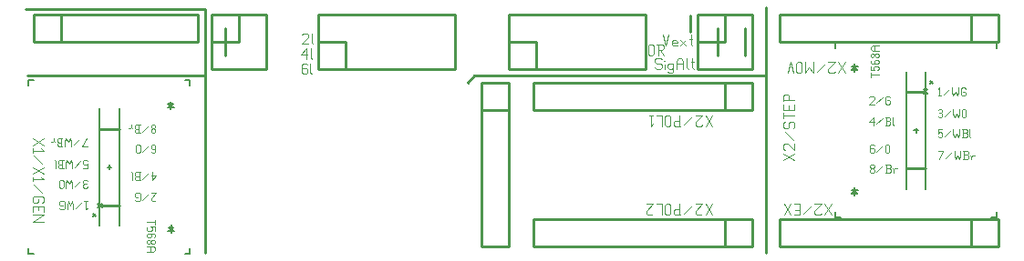
<source format=gbr>
G04 start of page 12 for group -4079 idx -4079 *
G04 Title: (unknown), topsilk *
G04 Creator: pcb 4.2.0 *
G04 CreationDate: Sat Jun 20 18:17:33 2020 UTC *
G04 For: commonadmin *
G04 Format: Gerber/RS-274X *
G04 PCB-Dimensions (mil): 4000.00 3500.00 *
G04 PCB-Coordinate-Origin: lower left *
%MOIN*%
%FSLAX25Y25*%
%LNTOPSILK*%
%ADD143C,0.0038*%
%ADD142C,0.0050*%
%ADD141C,0.0040*%
%ADD140C,0.0030*%
%ADD139C,0.0060*%
%ADD138C,0.0100*%
G54D138*X90000Y100000D02*Y90000D01*
X82500Y107000D02*Y17500D01*
Y82500D02*X17500D01*
G54D139*X44858Y35673D02*X43283Y34098D01*
Y35673D02*X44858Y34098D01*
G54D138*X270000Y100000D02*Y90000D01*
X280000Y100000D02*Y90000D01*
X287500Y107500D02*Y17500D01*
Y82500D02*X181031D01*
X260000Y98469D02*Y104469D01*
X181031Y82500D02*X178500Y79969D01*
G54D139*X345142Y75843D02*X346717Y77417D01*
Y75843D02*X345142Y77417D01*
G54D138*X17000Y107000D02*X82500D01*
G54D140*X325774Y83504D02*Y82004D01*
Y82754D02*X328774D01*
X325774Y85904D02*Y84404D01*
X327274D01*
X326899Y84779D01*
Y85529D02*Y84779D01*
Y85529D02*X327274Y85904D01*
X328399D01*
X328774Y85529D02*X328399Y85904D01*
X328774Y85529D02*Y84779D01*
X328399Y84404D02*X328774Y84779D01*
X325774Y87929D02*X326149Y88304D01*
X325774Y87929D02*Y87179D01*
X326149Y86804D02*X325774Y87179D01*
X326149Y86804D02*X328399D01*
X328774Y87179D01*
X327124Y87929D02*X327499Y88304D01*
X327124Y87929D02*Y86804D01*
X328774Y87929D02*Y87179D01*
Y87929D02*X328399Y88304D01*
X327499D02*X328399D01*
Y89204D02*X328774Y89579D01*
X327799Y89204D02*X328399D01*
X327799D02*X327274Y89729D01*
Y90179D02*Y89729D01*
Y90179D02*X327799Y90704D01*
X328399D01*
X328774Y90329D02*X328399Y90704D01*
X328774Y90329D02*Y89579D01*
X326749Y89204D02*X327274Y89729D01*
X326149Y89204D02*X326749D01*
X326149D02*X325774Y89579D01*
Y90329D02*Y89579D01*
Y90329D02*X326149Y90704D01*
X326749D01*
X327274Y90179D02*X326749Y90704D01*
X326524Y91604D02*X328774D01*
X326524D02*X325774Y92129D01*
Y92954D02*Y92129D01*
Y92954D02*X326524Y93479D01*
X328774D01*
X327274D02*Y91604D01*
X325280Y74639D02*X325655Y75014D01*
X326780D01*
X327155Y74639D01*
Y73889D01*
X325280Y72014D02*X327155Y73889D01*
X325280Y72014D02*X327155D01*
X328055Y72389D02*X330305Y74639D01*
X332705Y75014D02*X333080Y74639D01*
X331580Y75014D02*X332705D01*
X331205Y74639D02*X331580Y75014D01*
X331205Y74639D02*Y72389D01*
X331580Y72014D01*
X332705D01*
X333080Y72389D01*
Y73139D02*Y72389D01*
X332705Y73514D02*X333080Y73139D01*
X331955Y73514D02*X332705D01*
X325280Y65481D02*X326780Y67356D01*
X325280Y65481D02*X327155D01*
X326780Y67356D02*Y64356D01*
X328055Y64731D02*X330305Y66981D01*
X331205Y64356D02*X332705D01*
X333080Y64731D01*
Y65631D02*Y64731D01*
X332705Y66006D02*X333080Y65631D01*
X331580Y66006D02*X332705D01*
X331580Y67356D02*Y64356D01*
X331205Y67356D02*X332705D01*
X333080Y66981D01*
Y66381D01*
X332705Y66006D02*X333080Y66381D01*
X333980Y67356D02*Y64731D01*
X334355Y64356D01*
X326798Y57199D02*X327173Y56824D01*
X326048Y57199D02*X326798D01*
X325673Y56824D02*X326048Y57199D01*
X325673Y56824D02*Y54574D01*
X326048Y54199D01*
X326798Y55849D02*X327173Y55474D01*
X325673Y55849D02*X326798D01*
X326048Y54199D02*X326798D01*
X327173Y54574D01*
Y55474D02*Y54574D01*
X328073D02*X330323Y56824D01*
X331223D02*Y54574D01*
Y56824D02*X331598Y57199D01*
X332348D01*
X332723Y56824D01*
Y54574D01*
X332348Y54199D02*X332723Y54574D01*
X331598Y54199D02*X332348D01*
X331223Y54574D02*X331598Y54199D01*
X325673Y47310D02*X326048Y46935D01*
X325673Y47910D02*Y47310D01*
Y47910D02*X326198Y48435D01*
X326648D01*
X327173Y47910D01*
Y47310D01*
X326798Y46935D02*X327173Y47310D01*
X326048Y46935D02*X326798D01*
X325673Y48960D02*X326198Y48435D01*
X325673Y49560D02*Y48960D01*
Y49560D02*X326048Y49935D01*
X326798D01*
X327173Y49560D01*
Y48960D01*
X326648Y48435D02*X327173Y48960D01*
X328073Y47310D02*X330323Y49560D01*
X331223Y46935D02*X332723D01*
X333098Y47310D01*
Y48210D02*Y47310D01*
X332723Y48585D02*X333098Y48210D01*
X331598Y48585D02*X332723D01*
X331598Y49935D02*Y46935D01*
X331223Y49935D02*X332723D01*
X333098Y49560D01*
Y48960D01*
X332723Y48585D02*X333098Y48960D01*
X334373Y48060D02*Y46935D01*
Y48060D02*X334748Y48435D01*
X335498D01*
X333998D02*X334373Y48060D01*
X350457Y77485D02*X351057Y78085D01*
Y75085D01*
X350457D02*X351582D01*
X352482Y75460D02*X354732Y77710D01*
X355632Y78085D02*Y76585D01*
X356007Y75085D01*
X356757Y76585D01*
X357507Y75085D01*
X357882Y76585D01*
Y78085D02*Y76585D01*
X360282Y78085D02*X360657Y77710D01*
X359157Y78085D02*X360282D01*
X358782Y77710D02*X359157Y78085D01*
X358782Y77710D02*Y75460D01*
X359157Y75085D01*
X360282D01*
X360657Y75460D01*
Y76210D02*Y75460D01*
X360282Y76585D02*X360657Y76210D01*
X359532Y76585D02*X360282D01*
X350516Y69757D02*X350891Y70132D01*
X351641D01*
X352016Y69757D01*
X351641Y67132D02*X352016Y67507D01*
X350891Y67132D02*X351641D01*
X350516Y67507D02*X350891Y67132D01*
Y68782D02*X351641D01*
X352016Y69757D02*Y69157D01*
Y68407D02*Y67507D01*
Y68407D02*X351641Y68782D01*
X352016Y69157D02*X351641Y68782D01*
X352916Y67507D02*X355166Y69757D01*
X356066Y70132D02*Y68632D01*
X356441Y67132D01*
X357191Y68632D01*
X357941Y67132D01*
X358316Y68632D01*
Y70132D02*Y68632D01*
X359216Y69757D02*Y67507D01*
Y69757D02*X359591Y70132D01*
X360341D01*
X360716Y69757D01*
Y67507D01*
X360341Y67132D02*X360716Y67507D01*
X359591Y67132D02*X360341D01*
X359216Y67507D02*X359591Y67132D01*
X350516Y62868D02*X352016D01*
X350516D02*Y61368D01*
X350891Y61743D01*
X351641D01*
X352016Y61368D01*
Y60243D01*
X351641Y59868D02*X352016Y60243D01*
X350891Y59868D02*X351641D01*
X350516Y60243D02*X350891Y59868D01*
X352916Y60243D02*X355166Y62493D01*
X356066Y62868D02*Y61368D01*
X356441Y59868D01*
X357191Y61368D01*
X357941Y59868D01*
X358316Y61368D01*
Y62868D02*Y61368D01*
X359216Y59868D02*X360716D01*
X361091Y60243D01*
Y61143D02*Y60243D01*
X360716Y61518D02*X361091Y61143D01*
X359591Y61518D02*X360716D01*
X359591Y62868D02*Y59868D01*
X359216Y62868D02*X360716D01*
X361091Y62493D01*
Y61893D01*
X360716Y61518D02*X361091Y61893D01*
X361991Y62868D02*Y60243D01*
X362366Y59868D01*
X350891Y51817D02*X352391Y54817D01*
X350516D02*X352391D01*
X353291Y52192D02*X355541Y54442D01*
X356441Y54817D02*Y53317D01*
X356816Y51817D01*
X357566Y53317D01*
X358316Y51817D01*
X358691Y53317D01*
Y54817D02*Y53317D01*
X359591Y51817D02*X361091D01*
X361466Y52192D01*
Y53092D02*Y52192D01*
X361091Y53467D02*X361466Y53092D01*
X359966Y53467D02*X361091D01*
X359966Y54817D02*Y51817D01*
X359591Y54817D02*X361091D01*
X361466Y54442D01*
Y53842D01*
X361091Y53467D02*X361466Y53842D01*
X362741Y52942D02*Y51817D01*
Y52942D02*X363116Y53317D01*
X363866D01*
X362366D02*X362741Y52942D01*
G54D141*X250000Y97469D02*X251000Y93469D01*
X252000Y97469D01*
X253700Y93469D02*X255200D01*
X253200Y93969D02*X253700Y93469D01*
X253200Y94969D02*Y93969D01*
Y94969D02*X253700Y95469D01*
X254700D01*
X255200Y94969D01*
X253200Y94469D02*X255200D01*
Y94969D02*Y94469D01*
X256400Y95469D02*X258400Y93469D01*
X256400D02*X258400Y95469D01*
X260100Y97469D02*Y93969D01*
X260600Y93469D01*
X259600Y95969D02*X260600D01*
X244500Y93469D02*Y90469D01*
Y93469D02*X245000Y93969D01*
X246000D01*
X246500Y93469D01*
Y90469D01*
X246000Y89969D02*X246500Y90469D01*
X245000Y89969D02*X246000D01*
X244500Y90469D02*X245000Y89969D01*
X247700Y93969D02*X249700D01*
X250200Y93469D01*
Y92469D01*
X249700Y91969D02*X250200Y92469D01*
X248200Y91969D02*X249700D01*
X248200Y93969D02*Y89969D01*
X249000Y91969D02*X250200Y89969D01*
X249000Y88969D02*X249500Y88469D01*
X247500Y88969D02*X249000D01*
X247000Y88469D02*X247500Y88969D01*
X247000Y88469D02*Y87469D01*
X247500Y86969D01*
X249000D01*
X249500Y86469D01*
Y85469D01*
X249000Y84969D02*X249500Y85469D01*
X247500Y84969D02*X249000D01*
X247000Y85469D02*X247500Y84969D01*
G54D142*X250700Y87969D02*Y87869D01*
G54D141*Y86469D02*Y84969D01*
X253200Y86969D02*X253700Y86469D01*
X252200Y86969D02*X253200D01*
X251700Y86469D02*X252200Y86969D01*
X251700Y86469D02*Y85469D01*
X252200Y84969D01*
X253200D01*
X253700Y85469D01*
X251700Y83969D02*X252200Y83469D01*
X253200D01*
X253700Y83969D01*
Y86969D02*Y83969D01*
X254900Y87969D02*Y84969D01*
Y87969D02*X255600Y88969D01*
X256700D01*
X257400Y87969D01*
Y84969D01*
X254900Y86969D02*X257400D01*
X258600Y88969D02*Y85469D01*
X259100Y84969D01*
X260600Y88969D02*Y85469D01*
X261100Y84969D01*
X260100Y87469D02*X261100D01*
G54D140*X39543Y34031D02*X38943Y33431D01*
Y36431D02*Y33431D01*
X38418Y36431D02*X39543D01*
X37518Y36056D02*X35268Y33806D01*
X34368Y34931D02*Y33431D01*
Y34931D02*X33993Y36431D01*
X33243Y34931D01*
X32493Y36431D01*
X32118Y34931D01*
Y33431D01*
X29718D02*X29343Y33806D01*
X29718Y33431D02*X30843D01*
X31218Y33806D02*X30843Y33431D01*
X31218Y36056D02*Y33806D01*
Y36056D02*X30843Y36431D01*
X29718D02*X30843D01*
X29718D02*X29343Y36056D01*
Y35306D01*
X29718Y34931D02*X29343Y35306D01*
X29718Y34931D02*X30468D01*
X39484Y41759D02*X39109Y41384D01*
X38359D02*X39109D01*
X38359D02*X37984Y41759D01*
X38359Y44384D02*X37984Y44009D01*
X38359Y44384D02*X39109D01*
X39484Y44009D02*X39109Y44384D01*
X38359Y42734D02*X39109D01*
X37984Y42359D02*Y41759D01*
Y44009D02*Y43109D01*
X38359Y42734D01*
X37984Y42359D02*X38359Y42734D01*
X37084Y44009D02*X34834Y41759D01*
X33934Y42884D02*Y41384D01*
Y42884D02*X33559Y44384D01*
X32809Y42884D01*
X32059Y44384D01*
X31684Y42884D01*
Y41384D01*
X30784Y44009D02*Y41759D01*
X30409Y41384D01*
X29659D02*X30409D01*
X29659D02*X29284Y41759D01*
Y44009D02*Y41759D01*
X29659Y44384D02*X29284Y44009D01*
X29659Y44384D02*X30409D01*
X30784Y44009D02*X30409Y44384D01*
X37984Y48648D02*X39484D01*
Y50148D02*Y48648D01*
Y50148D02*X39109Y49773D01*
X38359D02*X39109D01*
X38359D02*X37984Y50148D01*
Y51273D02*Y50148D01*
X38359Y51648D02*X37984Y51273D01*
X38359Y51648D02*X39109D01*
X39484Y51273D02*X39109Y51648D01*
X37084Y51273D02*X34834Y49023D01*
X33934Y50148D02*Y48648D01*
Y50148D02*X33559Y51648D01*
X32809Y50148D01*
X32059Y51648D01*
X31684Y50148D01*
Y48648D01*
X29284Y51648D02*X30784D01*
X29284D02*X28909Y51273D01*
Y50373D01*
X29284Y49998D02*X28909Y50373D01*
X29284Y49998D02*X30409D01*
Y51648D02*Y48648D01*
X29284D02*X30784D01*
X29284D02*X28909Y49023D01*
Y49623D02*Y49023D01*
X29284Y49998D02*X28909Y49623D01*
X28009Y51273D02*Y48648D01*
Y51273D02*X27634Y51648D01*
X64226Y29512D02*Y28012D01*
X61226Y28762D02*X64226D01*
Y27112D02*Y25612D01*
X62726Y27112D02*X64226D01*
X62726D02*X63101Y26737D01*
Y25987D01*
X62726Y25612D01*
X61601D02*X62726D01*
X61226Y25987D02*X61601Y25612D01*
X61226Y26737D02*Y25987D01*
X61601Y27112D02*X61226Y26737D01*
X64226Y23587D02*X63851Y23212D01*
X64226Y24337D02*Y23587D01*
X63851Y24712D02*X64226Y24337D01*
X61601Y24712D02*X63851D01*
X61601D02*X61226Y24337D01*
X62876Y23587D02*X62501Y23212D01*
X62876Y24712D02*Y23587D01*
X61226Y24337D02*Y23587D01*
X61601Y23212D01*
X62501D01*
X61601Y22312D02*X61226Y21937D01*
X61601Y22312D02*X62201D01*
X62726Y21787D01*
Y21337D01*
X62201Y20812D01*
X61601D02*X62201D01*
X61226Y21187D02*X61601Y20812D01*
X61226Y21937D02*Y21187D01*
X63251Y22312D02*X62726Y21787D01*
X63251Y22312D02*X63851D01*
X64226Y21937D01*
Y21187D01*
X63851Y20812D01*
X63251D02*X63851D01*
X62726Y21337D02*X63251Y20812D01*
X61226Y19912D02*X63476D01*
X64226Y19387D01*
Y18562D01*
X63476Y18037D01*
X61226D02*X63476D01*
X62726Y19912D02*Y18037D01*
X64720Y36877D02*X64345Y36502D01*
X63220D02*X64345D01*
X63220D02*X62845Y36877D01*
Y37627D02*Y36877D01*
X64720Y39502D02*X62845Y37627D01*
Y39502D02*X64720D01*
X61945Y39127D02*X59695Y36877D01*
X57295Y36502D02*X56920Y36877D01*
X57295Y36502D02*X58420D01*
X58795Y36877D02*X58420Y36502D01*
X58795Y39127D02*Y36877D01*
Y39127D02*X58420Y39502D01*
X57295D02*X58420D01*
X57295D02*X56920Y39127D01*
Y38377D01*
X57295Y38002D02*X56920Y38377D01*
X57295Y38002D02*X58045D01*
X64720Y46034D02*X63220Y44159D01*
X62845Y46034D02*X64720D01*
X63220Y47159D02*Y44159D01*
X61945Y46784D02*X59695Y44534D01*
X57295Y47159D02*X58795D01*
X57295D02*X56920Y46784D01*
Y45884D01*
X57295Y45509D02*X56920Y45884D01*
X57295Y45509D02*X58420D01*
Y47159D02*Y44159D01*
X57295D02*X58795D01*
X57295D02*X56920Y44534D01*
Y45134D02*Y44534D01*
X57295Y45509D02*X56920Y45134D01*
X56020Y46784D02*Y44159D01*
Y46784D02*X55645Y47159D01*
X63202Y54317D02*X62827Y54692D01*
X63202Y54317D02*X63952D01*
X64327Y54692D02*X63952Y54317D01*
X64327Y56942D02*Y54692D01*
Y56942D02*X63952Y57317D01*
X63202Y55667D02*X62827Y56042D01*
X63202Y55667D02*X64327D01*
X63202Y57317D02*X63952D01*
X63202D02*X62827Y56942D01*
Y56042D01*
X61927Y56942D02*X59677Y54692D01*
X58777Y56942D02*Y54692D01*
X58402Y54317D01*
X57652D02*X58402D01*
X57652D02*X57277Y54692D01*
Y56942D02*Y54692D01*
X57652Y57317D02*X57277Y56942D01*
X57652Y57317D02*X58402D01*
X58777Y56942D02*X58402Y57317D01*
X39109Y59699D02*X37609Y56699D01*
X39484D01*
X36709Y59324D02*X34459Y57074D01*
X33559Y58199D02*Y56699D01*
Y58199D02*X33184Y59699D01*
X32434Y58199D01*
X31684Y59699D01*
X31309Y58199D01*
Y56699D01*
X28909Y59699D02*X30409D01*
X28909D02*X28534Y59324D01*
Y58424D01*
X28909Y58049D02*X28534Y58424D01*
X28909Y58049D02*X30034D01*
Y59699D02*Y56699D01*
X28909D02*X30409D01*
X28909D02*X28534Y57074D01*
Y57674D02*Y57074D01*
X28909Y58049D02*X28534Y57674D01*
X27259Y59699D02*Y58574D01*
X26884Y58199D01*
X26134D02*X26884D01*
X27634D02*X27259Y58574D01*
X64327Y64206D02*X63952Y64581D01*
X64327Y64206D02*Y63606D01*
X63802Y63081D01*
X63352D02*X63802D01*
X63352D02*X62827Y63606D01*
Y64206D02*Y63606D01*
X63202Y64581D02*X62827Y64206D01*
X63202Y64581D02*X63952D01*
X64327Y62556D02*X63802Y63081D01*
X64327Y62556D02*Y61956D01*
X63952Y61581D01*
X63202D02*X63952D01*
X63202D02*X62827Y61956D01*
Y62556D02*Y61956D01*
X63352Y63081D02*X62827Y62556D01*
X61927Y64206D02*X59677Y61956D01*
X57277Y64581D02*X58777D01*
X57277D02*X56902Y64206D01*
Y63306D01*
X57277Y62931D02*X56902Y63306D01*
X57277Y62931D02*X58402D01*
Y64581D02*Y61581D01*
X57277D02*X58777D01*
X57277D02*X56902Y61956D01*
Y62556D02*Y61956D01*
X57277Y62931D02*X56902Y62556D01*
X55627Y64581D02*Y63456D01*
X55252Y63081D01*
X54502D02*X55252D01*
X56002D02*X55627Y63456D01*
G54D143*X119440Y87040D02*X119920Y86560D01*
X118480Y87040D02*X119440D01*
X118000Y86560D02*X118480Y87040D01*
X118000Y86560D02*Y83680D01*
X118480Y83200D01*
X119440Y85312D02*X119920Y84832D01*
X118000Y85312D02*X119440D01*
X118480Y83200D02*X119440D01*
X119920Y83680D01*
Y84832D02*Y83680D01*
X121072Y87040D02*Y83680D01*
X121552Y83200D01*
X117500Y90105D02*X119440Y92530D01*
X117500Y90105D02*X119925D01*
X119440Y92530D02*Y88650D01*
X121089Y92530D02*Y89135D01*
X121574Y88650D01*
X118000Y97560D02*X118480Y98040D01*
X119920D01*
X120400Y97560D01*
Y96600D01*
X118000Y94200D02*X120400Y96600D01*
X118000Y94200D02*X120400D01*
X121552Y98040D02*Y94680D01*
X122032Y94200D01*
G54D139*X320020Y39272D02*Y38484D01*
Y41437D02*Y40650D01*
X318839D02*X321201D01*
X319035Y39272D02*X321004D01*
X320020Y40256D02*X321004Y39272D01*
X319035D02*X320020Y40256D01*
X318961Y84567D02*X319945Y85551D01*
X320929Y84567D01*
X318961D02*X320929D01*
X318764Y85945D02*X321126D01*
X319945Y86732D02*Y85945D01*
Y84567D02*Y83780D01*
G54D138*X338957Y76476D02*X346043D01*
X338957Y48524D02*X346043D01*
G54D139*Y83957D02*Y40846D01*
X338957Y83957D02*Y40846D01*
X342500Y63287D02*Y61713D01*
X341713Y62500D02*X343287D01*
X370059Y30610D02*X372028D01*
Y32579D02*Y30610D01*
X370059Y94390D02*X372028D01*
Y92421D01*
X312972Y30610D02*X314941D01*
X312972Y32579D02*Y30610D01*
Y94390D02*X314941D01*
X312972D02*Y92421D01*
X347618Y79626D02*X348602Y80610D01*
Y79626D02*X347618Y80610D01*
G54D138*X202500Y80000D02*X282500D01*
X202500D02*Y70000D01*
X282500D01*
Y80000D02*Y70000D01*
X272500Y80000D02*Y70000D01*
X282500D01*
X193500Y85000D02*X243500D01*
Y105000D02*Y85000D01*
X193500Y105000D02*X243500D01*
X193500D02*Y85000D01*
X203500Y95000D02*Y85000D01*
X193500Y95000D02*X203500D01*
X262500Y105000D02*Y85000D01*
X282500D01*
Y105000D01*
X262500D01*
Y95000D02*X272500D01*
Y105000D01*
X202500Y30000D02*X282500D01*
X202500D02*Y20000D01*
X282500D01*
Y30000D02*Y20000D01*
X272500Y30000D02*Y20000D01*
X282500D01*
X292500Y30000D02*X372500D01*
X292500D02*Y20000D01*
X372500D01*
Y30000D02*Y20000D01*
X362500Y30000D02*Y20000D01*
X372500D01*
X292500Y105000D02*X372500D01*
X292500D02*Y95000D01*
X372500D01*
Y105000D02*Y95000D01*
X362500Y105000D02*Y95000D01*
X372500D01*
X183500Y80000D02*Y20000D01*
X193500D01*
Y80000D01*
X183500D01*
Y70000D02*X193500D01*
Y80000D01*
X124000Y85000D02*X174000D01*
Y105000D02*Y85000D01*
X124000Y105000D02*X174000D01*
X124000D02*Y85000D01*
X134000Y95000D02*Y85000D01*
X124000Y95000D02*X134000D01*
G54D139*X70024Y73039D02*Y72252D01*
Y70874D02*Y70087D01*
X68843Y70874D02*X71205D01*
X69039Y72252D02*X71008D01*
X70024Y71268D02*X69039Y72252D01*
X71008D02*X70024Y71268D01*
X71083Y26957D02*X70098Y25972D01*
X69114Y26957D01*
X71083D01*
X68917Y25579D02*X71280D01*
X70098D02*Y24791D01*
Y27744D02*Y26957D01*
G54D138*X44000Y35047D02*X51087D01*
X44000Y63000D02*X51087D01*
G54D139*X44000Y70677D02*Y27567D01*
X51087Y70677D02*Y27567D01*
X47543Y49811D02*Y48236D01*
X46756Y49024D02*X48331D01*
X18016Y80913D02*X19984D01*
X18016D02*Y78945D01*
Y17134D02*X19984D01*
X18016Y19102D02*Y17134D01*
X75102Y80913D02*X77071D01*
Y78945D01*
X75102Y17134D02*X77071D01*
Y19102D02*Y17134D01*
X42425Y31898D02*X41441Y30913D01*
Y31898D02*X42425Y30913D01*
G54D138*X20000Y95000D02*X80000D01*
Y105000D02*Y95000D01*
X20000Y105000D02*X80000D01*
X20000D02*Y95000D01*
X30000Y105000D02*Y95000D01*
X20000Y105000D02*X30000D01*
X85000D02*Y85000D01*
X105000D01*
Y105000D01*
X85000D01*
Y95000D02*X95000D01*
Y105000D01*
G54D141*X298000Y51500D02*X294000Y54000D01*
Y51500D02*X298000Y54000D01*
X294500Y55200D02*X294000Y55700D01*
Y57200D02*Y55700D01*
Y57200D02*X294500Y57700D01*
X295500D01*
X298000Y55200D02*X295500Y57700D01*
X298000D02*Y55200D01*
X297500Y58900D02*X294500Y61900D01*
X294000Y65100D02*X294500Y65600D01*
X294000Y65100D02*Y63600D01*
X294500Y63100D02*X294000Y63600D01*
X294500Y63100D02*X295500D01*
X296000Y63600D01*
Y65100D02*Y63600D01*
Y65100D02*X296500Y65600D01*
X297500D01*
X298000Y65100D02*X297500Y65600D01*
X298000Y65100D02*Y63600D01*
X297500Y63100D02*X298000Y63600D01*
X294000Y68800D02*Y66800D01*
Y67800D02*X298000D01*
X295800Y71500D02*Y70000D01*
X298000Y72000D02*Y70000D01*
X294000D02*X298000D01*
X294000Y72000D02*Y70000D01*
Y73700D02*X298000D01*
X294000Y75200D02*Y73200D01*
Y75200D02*X294500Y75700D01*
X295500D01*
X296000Y75200D02*X295500Y75700D01*
X296000Y75200D02*Y73700D01*
X268000Y68000D02*X265500Y64000D01*
X268000D02*X265500Y68000D01*
X264300Y64500D02*X263800Y64000D01*
X262300D02*X263800D01*
X262300D02*X261800Y64500D01*
Y65500D02*Y64500D01*
X264300Y68000D02*X261800Y65500D01*
Y68000D02*X264300D01*
X260600Y67500D02*X257600Y64500D01*
X255900Y68000D02*Y64000D01*
X254400D02*X256400D01*
X254400D02*X253900Y64500D01*
Y65500D02*Y64500D01*
X254400Y66000D02*X253900Y65500D01*
X254400Y66000D02*X255900D01*
X252700Y67500D02*Y64500D01*
X252200Y64000D01*
X251200D02*X252200D01*
X251200D02*X250700Y64500D01*
Y67500D02*Y64500D01*
X251200Y68000D02*X250700Y67500D01*
X251200Y68000D02*X252200D01*
X252700Y67500D02*X252200Y68000D01*
X249500D02*Y64000D01*
X247500Y68000D02*X249500D01*
X246300Y64800D02*X245500Y64000D01*
Y68000D02*Y64000D01*
X244800Y68000D02*X246300D01*
X316500Y87500D02*X314000Y83500D01*
X316500D02*X314000Y87500D01*
X312800Y84000D02*X312300Y83500D01*
X310800D02*X312300D01*
X310800D02*X310300Y84000D01*
Y85000D02*Y84000D01*
X312800Y87500D02*X310300Y85000D01*
Y87500D02*X312800D01*
X309100Y87000D02*X306100Y84000D01*
X304900Y87500D02*Y83500D01*
X303400Y85500D01*
X301900Y83500D01*
Y87500D02*Y83500D01*
X300700Y87000D02*Y84000D01*
X300200Y83500D01*
X299200D02*X300200D01*
X299200D02*X298700Y84000D01*
Y87000D02*Y84000D01*
X299200Y87500D02*X298700Y87000D01*
X299200Y87500D02*X300200D01*
X300700Y87000D02*X300200Y87500D01*
X297500Y83500D02*X296500Y87500D01*
X295500Y83500D01*
X268000Y35500D02*X265500Y31500D01*
X268000D02*X265500Y35500D01*
X264300Y32000D02*X263800Y31500D01*
X262300D02*X263800D01*
X262300D02*X261800Y32000D01*
Y33000D02*Y32000D01*
X264300Y35500D02*X261800Y33000D01*
Y35500D02*X264300D01*
X260600Y35000D02*X257600Y32000D01*
X255900Y35500D02*Y31500D01*
X254400D02*X256400D01*
X254400D02*X253900Y32000D01*
Y33000D02*Y32000D01*
X254400Y33500D02*X253900Y33000D01*
X254400Y33500D02*X255900D01*
X252700Y35000D02*Y32000D01*
X252200Y31500D01*
X251200D02*X252200D01*
X251200D02*X250700Y32000D01*
Y35000D02*Y32000D01*
X251200Y35500D02*X250700Y35000D01*
X251200Y35500D02*X252200D01*
X252700Y35000D02*X252200Y35500D01*
X249500D02*Y31500D01*
X247500Y35500D02*X249500D01*
X246300Y32000D02*X245800Y31500D01*
X244300D02*X245800D01*
X244300D02*X243800Y32000D01*
Y33000D02*Y32000D01*
X246300Y35500D02*X243800Y33000D01*
Y35500D02*X246300D01*
X311500D02*X309000Y31500D01*
X311500D02*X309000Y35500D01*
X307800Y32000D02*X307300Y31500D01*
X305800D02*X307300D01*
X305800D02*X305300Y32000D01*
Y33000D02*Y32000D01*
X307800Y35500D02*X305300Y33000D01*
Y35500D02*X307800D01*
X304100Y35000D02*X301100Y32000D01*
X298400Y33300D02*X299900D01*
X297900Y35500D02*X299900D01*
Y31500D01*
X297900D02*X299900D01*
X296700Y35500D02*X294200Y31500D01*
X296700D02*X294200Y35500D01*
X19543Y59524D02*X23543Y57024D01*
Y59524D02*X19543Y57024D01*
X22743Y55824D02*X23543Y55024D01*
X19543D02*X23543D01*
X19543Y55824D02*Y54324D01*
X20043Y53124D02*X23043Y50124D01*
X19543Y48924D02*X23543Y46424D01*
Y48924D02*X19543Y46424D01*
X22743Y45224D02*X23543Y44424D01*
X19543D02*X23543D01*
X19543Y45224D02*Y43724D01*
X20043Y42524D02*X23043Y39524D01*
X23543Y36324D02*X23043Y35824D01*
X23543Y37824D02*Y36324D01*
X23043Y38324D02*X23543Y37824D01*
X20043Y38324D02*X23043D01*
X20043D02*X19543Y37824D01*
Y36324D01*
X20043Y35824D01*
X21043D01*
X21543Y36324D02*X21043Y35824D01*
X21543Y37324D02*Y36324D01*
X21743Y34624D02*Y33124D01*
X19543Y34624D02*Y32624D01*
Y34624D02*X23543D01*
Y32624D01*
X19543Y31424D02*X23543D01*
X19543Y28924D01*
X23543D01*
M02*

</source>
